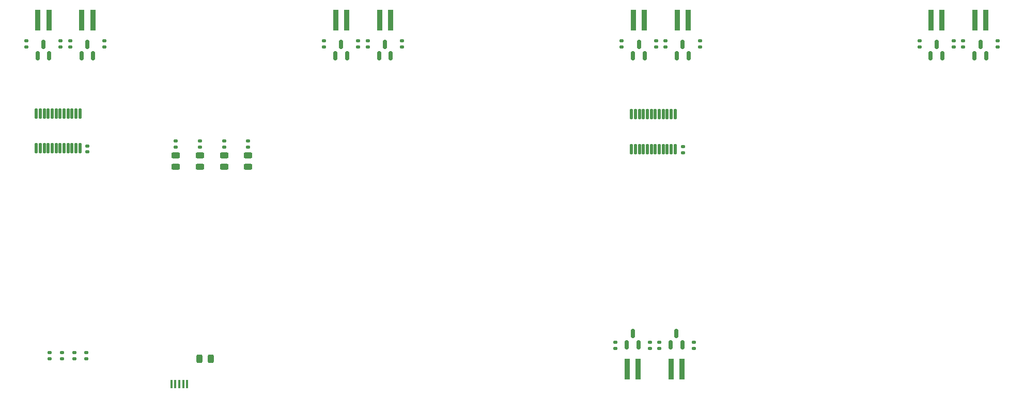
<source format=gbr>
%TF.GenerationSoftware,KiCad,Pcbnew,(7.0.0-0)*%
%TF.CreationDate,2023-03-16T21:22:01-05:00*%
%TF.ProjectId,VintageKVM,56696e74-6167-4654-9b56-4d2e6b696361,rev?*%
%TF.SameCoordinates,Original*%
%TF.FileFunction,Paste,Top*%
%TF.FilePolarity,Positive*%
%FSLAX46Y46*%
G04 Gerber Fmt 4.6, Leading zero omitted, Abs format (unit mm)*
G04 Created by KiCad (PCBNEW (7.0.0-0)) date 2023-03-16 21:22:01*
%MOMM*%
%LPD*%
G01*
G04 APERTURE LIST*
G04 Aperture macros list*
%AMRoundRect*
0 Rectangle with rounded corners*
0 $1 Rounding radius*
0 $2 $3 $4 $5 $6 $7 $8 $9 X,Y pos of 4 corners*
0 Add a 4 corners polygon primitive as box body*
4,1,4,$2,$3,$4,$5,$6,$7,$8,$9,$2,$3,0*
0 Add four circle primitives for the rounded corners*
1,1,$1+$1,$2,$3*
1,1,$1+$1,$4,$5*
1,1,$1+$1,$6,$7*
1,1,$1+$1,$8,$9*
0 Add four rect primitives between the rounded corners*
20,1,$1+$1,$2,$3,$4,$5,0*
20,1,$1+$1,$4,$5,$6,$7,0*
20,1,$1+$1,$6,$7,$8,$9,0*
20,1,$1+$1,$8,$9,$2,$3,0*%
G04 Aperture macros list end*
%ADD10RoundRect,0.140000X0.170000X-0.140000X0.170000X0.140000X-0.170000X0.140000X-0.170000X-0.140000X0*%
%ADD11RoundRect,0.135000X0.185000X-0.135000X0.185000X0.135000X-0.185000X0.135000X-0.185000X-0.135000X0*%
%ADD12RoundRect,0.150000X0.150000X-0.587500X0.150000X0.587500X-0.150000X0.587500X-0.150000X-0.587500X0*%
%ADD13R,0.900000X3.500000*%
%ADD14R,0.400000X1.400000*%
%ADD15RoundRect,0.135000X-0.185000X0.135000X-0.185000X-0.135000X0.185000X-0.135000X0.185000X0.135000X0*%
%ADD16RoundRect,0.243750X0.456250X-0.243750X0.456250X0.243750X-0.456250X0.243750X-0.456250X-0.243750X0*%
%ADD17RoundRect,0.020500X-0.184500X0.764500X-0.184500X-0.764500X0.184500X-0.764500X0.184500X0.764500X0*%
%ADD18RoundRect,0.243750X-0.243750X-0.456250X0.243750X-0.456250X0.243750X0.456250X-0.243750X0.456250X0*%
G04 APERTURE END LIST*
D10*
%TO.C,C2*%
X86211113Y-69769405D03*
X86211113Y-68809405D03*
%TD*%
%TO.C,C1*%
X183830565Y-69919405D03*
X183830565Y-68959405D03*
%TD*%
D11*
%TO.C,R9*%
X130642543Y-52582500D03*
X130642543Y-51562500D03*
%TD*%
D12*
%TO.C,Q4*%
X182859269Y-54000000D03*
X184759269Y-54000000D03*
X183809269Y-52125000D03*
%TD*%
D11*
%TO.C,R6*%
X173815269Y-52582500D03*
X173815269Y-51562500D03*
%TD*%
D13*
%TO.C,J7*%
X177515268Y-48149999D03*
X182915268Y-48149999D03*
X175715268Y-48149999D03*
X184715268Y-48149999D03*
%TD*%
D12*
%TO.C,Q2*%
X231643995Y-54017500D03*
X233543995Y-54017500D03*
X232593995Y-52142500D03*
%TD*%
D11*
%TO.C,R16*%
X83433817Y-52582500D03*
X83433817Y-51562500D03*
%TD*%
D14*
%TO.C,J1*%
X99999999Y-107899999D03*
X100649999Y-107899999D03*
X101299999Y-107899999D03*
X101949999Y-107899999D03*
X102599999Y-107899999D03*
%TD*%
D15*
%TO.C,R22*%
X82090000Y-102680000D03*
X82090000Y-103700000D03*
%TD*%
D12*
%TO.C,Q7*%
X78101817Y-54000000D03*
X80001817Y-54000000D03*
X79051817Y-52125000D03*
%TD*%
%TO.C,Q3*%
X175671269Y-54000000D03*
X177571269Y-54000000D03*
X176621269Y-52125000D03*
%TD*%
D11*
%TO.C,R10*%
X125030543Y-52582500D03*
X125030543Y-51562500D03*
%TD*%
D15*
%TO.C,R21*%
X80100000Y-102680000D03*
X80100000Y-103700000D03*
%TD*%
D11*
%TO.C,R15*%
X89045817Y-52582500D03*
X89045817Y-51562500D03*
%TD*%
D12*
%TO.C,Q9*%
X174656000Y-101437500D03*
X176556000Y-101437500D03*
X175606000Y-99562500D03*
%TD*%
D15*
%TO.C,R27*%
X108633332Y-67980000D03*
X108633332Y-69000000D03*
%TD*%
D11*
%TO.C,R12*%
X132218543Y-52582500D03*
X132218543Y-51562500D03*
%TD*%
%TO.C,R14*%
X76245817Y-52582500D03*
X76245817Y-51562500D03*
%TD*%
%TO.C,R20*%
X185600000Y-102000000D03*
X185600000Y-100980000D03*
%TD*%
D16*
%TO.C,D1*%
X100700000Y-72237500D03*
X100700000Y-70362500D03*
%TD*%
D11*
%TO.C,R19*%
X179988000Y-102000000D03*
X179988000Y-100980000D03*
%TD*%
D16*
%TO.C,D2*%
X104666666Y-72237500D03*
X104666666Y-70362500D03*
%TD*%
D12*
%TO.C,Q5*%
X126886543Y-54000000D03*
X128786543Y-54000000D03*
X127836543Y-52125000D03*
%TD*%
D11*
%TO.C,R2*%
X222599995Y-52600000D03*
X222599995Y-51580000D03*
%TD*%
D16*
%TO.C,D3*%
X108633332Y-72237500D03*
X108633332Y-70362500D03*
%TD*%
D15*
%TO.C,R28*%
X112600000Y-67980000D03*
X112600000Y-69000000D03*
%TD*%
D12*
%TO.C,Q6*%
X134074543Y-54000000D03*
X135974543Y-54000000D03*
X135024543Y-52125000D03*
%TD*%
D15*
%TO.C,R17*%
X172800000Y-100980000D03*
X172800000Y-102000000D03*
%TD*%
D16*
%TO.C,D4*%
X112600000Y-72237500D03*
X112600000Y-70362500D03*
%TD*%
D15*
%TO.C,R24*%
X86070000Y-102680000D03*
X86070000Y-103700000D03*
%TD*%
D11*
%TO.C,R8*%
X181003269Y-52582500D03*
X181003269Y-51562500D03*
%TD*%
D13*
%TO.C,J11*%
X79945816Y-48149999D03*
X85345816Y-48149999D03*
X78145816Y-48149999D03*
X87145816Y-48149999D03*
%TD*%
D12*
%TO.C,Q8*%
X85289817Y-54000000D03*
X87189817Y-54000000D03*
X86239817Y-52125000D03*
%TD*%
D11*
%TO.C,R4*%
X229787995Y-52600000D03*
X229787995Y-51580000D03*
%TD*%
%TO.C,R3*%
X235399995Y-52600000D03*
X235399995Y-51580000D03*
%TD*%
D17*
%TO.C,U2*%
X182555565Y-63619405D03*
X181905565Y-63619405D03*
X181255565Y-63619405D03*
X180605565Y-63619405D03*
X179955565Y-63619405D03*
X179305565Y-63619405D03*
X178655565Y-63619405D03*
X178005565Y-63619405D03*
X177355565Y-63619405D03*
X176705565Y-63619405D03*
X176055565Y-63619405D03*
X175405565Y-63619405D03*
X175405565Y-69359405D03*
X176055565Y-69359405D03*
X176705565Y-69359405D03*
X177355565Y-69359405D03*
X178005565Y-69359405D03*
X178655565Y-69359405D03*
X179305565Y-69359405D03*
X179955565Y-69359405D03*
X180605565Y-69359405D03*
X181255565Y-69359405D03*
X181905565Y-69359405D03*
X182555565Y-69359405D03*
%TD*%
D13*
%TO.C,J5*%
X226299994Y-48149999D03*
X231699994Y-48149999D03*
X224499994Y-48149999D03*
X233499994Y-48149999D03*
%TD*%
D18*
%TO.C,F1*%
X104625000Y-103700000D03*
X106500000Y-103700000D03*
%TD*%
D11*
%TO.C,R7*%
X186615269Y-52582500D03*
X186615269Y-51562500D03*
%TD*%
%TO.C,R11*%
X137830543Y-52582500D03*
X137830543Y-51562500D03*
%TD*%
D15*
%TO.C,R25*%
X100700000Y-67980000D03*
X100700000Y-69000000D03*
%TD*%
D11*
%TO.C,R13*%
X81857817Y-52582500D03*
X81857817Y-51562500D03*
%TD*%
D15*
%TO.C,R26*%
X104666666Y-67980000D03*
X104666666Y-69000000D03*
%TD*%
D11*
%TO.C,R1*%
X228211995Y-52600000D03*
X228211995Y-51580000D03*
%TD*%
%TO.C,R5*%
X179427269Y-52582500D03*
X179427269Y-51562500D03*
%TD*%
D17*
%TO.C,U3*%
X85036113Y-63469405D03*
X84386113Y-63469405D03*
X83736113Y-63469405D03*
X83086113Y-63469405D03*
X82436113Y-63469405D03*
X81786113Y-63469405D03*
X81136113Y-63469405D03*
X80486113Y-63469405D03*
X79836113Y-63469405D03*
X79186113Y-63469405D03*
X78536113Y-63469405D03*
X77886113Y-63469405D03*
X77886113Y-69209405D03*
X78536113Y-69209405D03*
X79186113Y-69209405D03*
X79836113Y-69209405D03*
X80486113Y-69209405D03*
X81136113Y-69209405D03*
X81786113Y-69209405D03*
X82436113Y-69209405D03*
X83086113Y-69209405D03*
X83736113Y-69209405D03*
X84386113Y-69209405D03*
X85036113Y-69209405D03*
%TD*%
D15*
%TO.C,R23*%
X84080000Y-102680000D03*
X84080000Y-103700000D03*
%TD*%
D13*
%TO.C,J13*%
X181899999Y-105449999D03*
X176499999Y-105449999D03*
X183699999Y-105449999D03*
X174699999Y-105449999D03*
%TD*%
D12*
%TO.C,Q10*%
X181844000Y-101437500D03*
X183744000Y-101437500D03*
X182794000Y-99562500D03*
%TD*%
D13*
%TO.C,J9*%
X128730542Y-48149999D03*
X134130542Y-48149999D03*
X126930542Y-48149999D03*
X135930542Y-48149999D03*
%TD*%
D11*
%TO.C,R18*%
X178412000Y-102000000D03*
X178412000Y-100980000D03*
%TD*%
D12*
%TO.C,Q1*%
X224455995Y-54017500D03*
X226355995Y-54017500D03*
X225405995Y-52142500D03*
%TD*%
M02*

</source>
